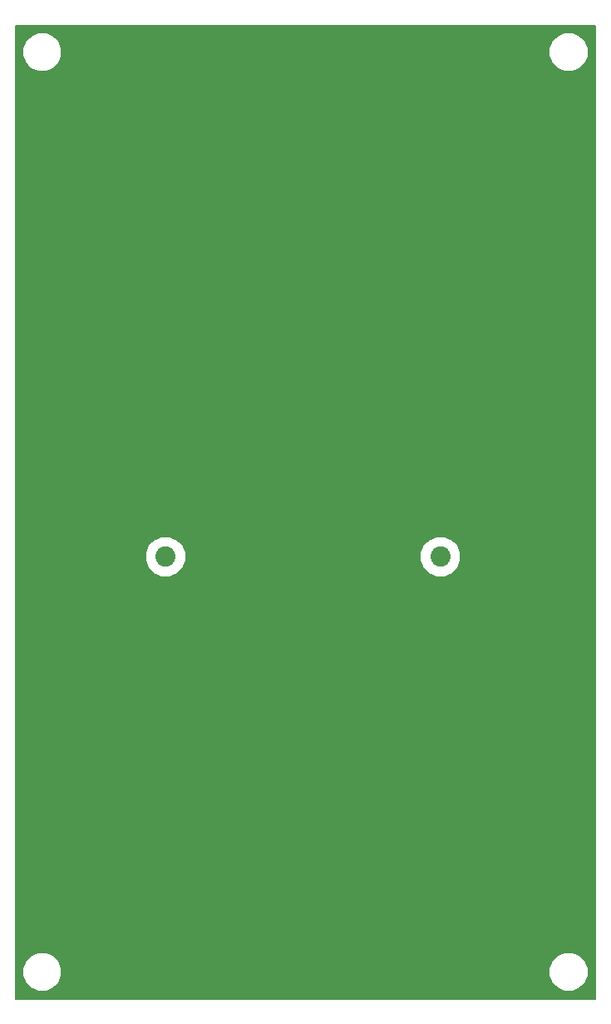
<source format=gbl>
G04 #@! TF.GenerationSoftware,KiCad,Pcbnew,(2017-07-25 revision 161045f)-master*
G04 #@! TF.CreationDate,2017-07-26T13:36:44+03:00*
G04 #@! TF.ProjectId,patch_1x5,70617463685F3178352E6B696361645F,rev?*
G04 #@! TF.SameCoordinates,Original*
G04 #@! TF.FileFunction,Copper,L2,Bot,Signal*
G04 #@! TF.FilePolarity,Positive*
%FSLAX46Y46*%
G04 Gerber Fmt 4.6, Leading zero omitted, Abs format (unit mm)*
G04 Created by KiCad (PCBNEW (2017-07-25 revision 161045f)-master) date Wed Jul 26 13:36:44 2017*
%MOMM*%
%LPD*%
G01*
G04 APERTURE LIST*
%ADD10C,0.700000*%
%ADD11R,7.000000X1.600000*%
%ADD12R,1.600000X7.000000*%
%ADD13R,2.400000X1.600000*%
%ADD14C,2.050000*%
%ADD15C,0.200000*%
G04 APERTURE END LIST*
D10*
X141541000Y-112934780D03*
X113541000Y-112934780D03*
D11*
X141550000Y-109870000D03*
X141650000Y-116030000D03*
D12*
X144600000Y-113000000D03*
X138500000Y-112950000D03*
D13*
X138890000Y-116030000D03*
X144210000Y-116030000D03*
X144210000Y-109870000D03*
X138890000Y-109870000D03*
D14*
X141550000Y-112950000D03*
D11*
X113550000Y-109870000D03*
X113650000Y-116030000D03*
D12*
X116600000Y-113000000D03*
X110500000Y-112950000D03*
D13*
X110890000Y-116030000D03*
X116210000Y-116030000D03*
X116210000Y-109870000D03*
X110890000Y-109870000D03*
D14*
X113550000Y-112950000D03*
D15*
G36*
X157325000Y-157925000D02*
X98275000Y-157925000D01*
X98275000Y-155596079D01*
X98999654Y-155596079D01*
X99303494Y-156331429D01*
X99865612Y-156894529D01*
X100600430Y-157199652D01*
X101396079Y-157200346D01*
X102131429Y-156896506D01*
X102694529Y-156334388D01*
X102999652Y-155599570D01*
X102999655Y-155596079D01*
X152599654Y-155596079D01*
X152903494Y-156331429D01*
X153465612Y-156894529D01*
X154200430Y-157199652D01*
X154996079Y-157200346D01*
X155731429Y-156896506D01*
X156294529Y-156334388D01*
X156599652Y-155599570D01*
X156600346Y-154803921D01*
X156296506Y-154068571D01*
X155734388Y-153505471D01*
X154999570Y-153200348D01*
X154203921Y-153199654D01*
X153468571Y-153503494D01*
X152905471Y-154065612D01*
X152600348Y-154800430D01*
X152599654Y-155596079D01*
X102999655Y-155596079D01*
X103000346Y-154803921D01*
X102696506Y-154068571D01*
X102134388Y-153505471D01*
X101399570Y-153200348D01*
X100603921Y-153199654D01*
X99868571Y-153503494D01*
X99305471Y-154065612D01*
X99000348Y-154800430D01*
X98999654Y-155596079D01*
X98275000Y-155596079D01*
X98275000Y-109450000D01*
X110100000Y-109450000D01*
X110100000Y-115950000D01*
X110107902Y-115988962D01*
X110129823Y-116021240D01*
X110162427Y-116042673D01*
X110200752Y-116049997D01*
X116850752Y-115999997D01*
X116888268Y-115992388D01*
X116920711Y-115970711D01*
X116942388Y-115938268D01*
X116950000Y-115900000D01*
X116950000Y-109678632D01*
X138141944Y-109678632D01*
X138141944Y-116178632D01*
X138149846Y-116217594D01*
X138171767Y-116249872D01*
X138204371Y-116271305D01*
X138242696Y-116278629D01*
X144892696Y-116228629D01*
X144930212Y-116221020D01*
X144962655Y-116199343D01*
X144984332Y-116166900D01*
X144991944Y-116128632D01*
X144991944Y-109678632D01*
X144984332Y-109640364D01*
X144962655Y-109607921D01*
X144930212Y-109586244D01*
X144891944Y-109578632D01*
X138241944Y-109578632D01*
X138203676Y-109586244D01*
X138171233Y-109607921D01*
X138149556Y-109640364D01*
X138141944Y-109678632D01*
X116950000Y-109678632D01*
X116950000Y-109450000D01*
X116942388Y-109411732D01*
X116920711Y-109379289D01*
X116888268Y-109357612D01*
X116850000Y-109350000D01*
X110200000Y-109350000D01*
X110161732Y-109357612D01*
X110129289Y-109379289D01*
X110107612Y-109411732D01*
X110100000Y-109450000D01*
X98275000Y-109450000D01*
X98275000Y-61996079D01*
X98999654Y-61996079D01*
X99303494Y-62731429D01*
X99865612Y-63294529D01*
X100600430Y-63599652D01*
X101396079Y-63600346D01*
X102131429Y-63296506D01*
X102694529Y-62734388D01*
X102999652Y-61999570D01*
X102999655Y-61996079D01*
X152599654Y-61996079D01*
X152903494Y-62731429D01*
X153465612Y-63294529D01*
X154200430Y-63599652D01*
X154996079Y-63600346D01*
X155731429Y-63296506D01*
X156294529Y-62734388D01*
X156599652Y-61999570D01*
X156600346Y-61203921D01*
X156296506Y-60468571D01*
X155734388Y-59905471D01*
X154999570Y-59600348D01*
X154203921Y-59599654D01*
X153468571Y-59903494D01*
X152905471Y-60465612D01*
X152600348Y-61200430D01*
X152599654Y-61996079D01*
X102999655Y-61996079D01*
X103000346Y-61203921D01*
X102696506Y-60468571D01*
X102134388Y-59905471D01*
X101399570Y-59600348D01*
X100603921Y-59599654D01*
X99868571Y-59903494D01*
X99305471Y-60465612D01*
X99000348Y-61200430D01*
X98999654Y-61996079D01*
X98275000Y-61996079D01*
X98275000Y-58875000D01*
X157325000Y-58875000D01*
X157325000Y-157925000D01*
X157325000Y-157925000D01*
G37*
X157325000Y-157925000D02*
X98275000Y-157925000D01*
X98275000Y-155596079D01*
X98999654Y-155596079D01*
X99303494Y-156331429D01*
X99865612Y-156894529D01*
X100600430Y-157199652D01*
X101396079Y-157200346D01*
X102131429Y-156896506D01*
X102694529Y-156334388D01*
X102999652Y-155599570D01*
X102999655Y-155596079D01*
X152599654Y-155596079D01*
X152903494Y-156331429D01*
X153465612Y-156894529D01*
X154200430Y-157199652D01*
X154996079Y-157200346D01*
X155731429Y-156896506D01*
X156294529Y-156334388D01*
X156599652Y-155599570D01*
X156600346Y-154803921D01*
X156296506Y-154068571D01*
X155734388Y-153505471D01*
X154999570Y-153200348D01*
X154203921Y-153199654D01*
X153468571Y-153503494D01*
X152905471Y-154065612D01*
X152600348Y-154800430D01*
X152599654Y-155596079D01*
X102999655Y-155596079D01*
X103000346Y-154803921D01*
X102696506Y-154068571D01*
X102134388Y-153505471D01*
X101399570Y-153200348D01*
X100603921Y-153199654D01*
X99868571Y-153503494D01*
X99305471Y-154065612D01*
X99000348Y-154800430D01*
X98999654Y-155596079D01*
X98275000Y-155596079D01*
X98275000Y-109450000D01*
X110100000Y-109450000D01*
X110100000Y-115950000D01*
X110107902Y-115988962D01*
X110129823Y-116021240D01*
X110162427Y-116042673D01*
X110200752Y-116049997D01*
X116850752Y-115999997D01*
X116888268Y-115992388D01*
X116920711Y-115970711D01*
X116942388Y-115938268D01*
X116950000Y-115900000D01*
X116950000Y-109678632D01*
X138141944Y-109678632D01*
X138141944Y-116178632D01*
X138149846Y-116217594D01*
X138171767Y-116249872D01*
X138204371Y-116271305D01*
X138242696Y-116278629D01*
X144892696Y-116228629D01*
X144930212Y-116221020D01*
X144962655Y-116199343D01*
X144984332Y-116166900D01*
X144991944Y-116128632D01*
X144991944Y-109678632D01*
X144984332Y-109640364D01*
X144962655Y-109607921D01*
X144930212Y-109586244D01*
X144891944Y-109578632D01*
X138241944Y-109578632D01*
X138203676Y-109586244D01*
X138171233Y-109607921D01*
X138149556Y-109640364D01*
X138141944Y-109678632D01*
X116950000Y-109678632D01*
X116950000Y-109450000D01*
X116942388Y-109411732D01*
X116920711Y-109379289D01*
X116888268Y-109357612D01*
X116850000Y-109350000D01*
X110200000Y-109350000D01*
X110161732Y-109357612D01*
X110129289Y-109379289D01*
X110107612Y-109411732D01*
X110100000Y-109450000D01*
X98275000Y-109450000D01*
X98275000Y-61996079D01*
X98999654Y-61996079D01*
X99303494Y-62731429D01*
X99865612Y-63294529D01*
X100600430Y-63599652D01*
X101396079Y-63600346D01*
X102131429Y-63296506D01*
X102694529Y-62734388D01*
X102999652Y-61999570D01*
X102999655Y-61996079D01*
X152599654Y-61996079D01*
X152903494Y-62731429D01*
X153465612Y-63294529D01*
X154200430Y-63599652D01*
X154996079Y-63600346D01*
X155731429Y-63296506D01*
X156294529Y-62734388D01*
X156599652Y-61999570D01*
X156600346Y-61203921D01*
X156296506Y-60468571D01*
X155734388Y-59905471D01*
X154999570Y-59600348D01*
X154203921Y-59599654D01*
X153468571Y-59903494D01*
X152905471Y-60465612D01*
X152600348Y-61200430D01*
X152599654Y-61996079D01*
X102999655Y-61996079D01*
X103000346Y-61203921D01*
X102696506Y-60468571D01*
X102134388Y-59905471D01*
X101399570Y-59600348D01*
X100603921Y-59599654D01*
X99868571Y-59903494D01*
X99305471Y-60465612D01*
X99000348Y-61200430D01*
X98999654Y-61996079D01*
X98275000Y-61996079D01*
X98275000Y-58875000D01*
X157325000Y-58875000D01*
X157325000Y-157925000D01*
G36*
X116750000Y-115800749D02*
X110300000Y-115849245D01*
X110300000Y-113360932D01*
X111474640Y-113360932D01*
X111789875Y-114123858D01*
X112373072Y-114708074D01*
X113135446Y-115024639D01*
X113960932Y-115025360D01*
X114723858Y-114710125D01*
X115308074Y-114126928D01*
X115624639Y-113364554D01*
X115625360Y-112539068D01*
X115310125Y-111776142D01*
X114726928Y-111191926D01*
X113964554Y-110875361D01*
X113139068Y-110874640D01*
X112376142Y-111189875D01*
X111791926Y-111773072D01*
X111475361Y-112535446D01*
X111474640Y-113360932D01*
X110300000Y-113360932D01*
X110300000Y-109550000D01*
X116750000Y-109550000D01*
X116750000Y-115800749D01*
X116750000Y-115800749D01*
G37*
X116750000Y-115800749D02*
X110300000Y-115849245D01*
X110300000Y-113360932D01*
X111474640Y-113360932D01*
X111789875Y-114123858D01*
X112373072Y-114708074D01*
X113135446Y-115024639D01*
X113960932Y-115025360D01*
X114723858Y-114710125D01*
X115308074Y-114126928D01*
X115624639Y-113364554D01*
X115625360Y-112539068D01*
X115310125Y-111776142D01*
X114726928Y-111191926D01*
X113964554Y-110875361D01*
X113139068Y-110874640D01*
X112376142Y-111189875D01*
X111791926Y-111773072D01*
X111475361Y-112535446D01*
X111474640Y-113360932D01*
X110300000Y-113360932D01*
X110300000Y-109550000D01*
X116750000Y-109550000D01*
X116750000Y-115800749D01*
G36*
X144791944Y-116029381D02*
X138341944Y-116077877D01*
X138341944Y-113360932D01*
X139474640Y-113360932D01*
X139789875Y-114123858D01*
X140373072Y-114708074D01*
X141135446Y-115024639D01*
X141960932Y-115025360D01*
X142723858Y-114710125D01*
X143308074Y-114126928D01*
X143624639Y-113364554D01*
X143625360Y-112539068D01*
X143310125Y-111776142D01*
X142726928Y-111191926D01*
X141964554Y-110875361D01*
X141139068Y-110874640D01*
X140376142Y-111189875D01*
X139791926Y-111773072D01*
X139475361Y-112535446D01*
X139474640Y-113360932D01*
X138341944Y-113360932D01*
X138341944Y-109778632D01*
X144791944Y-109778632D01*
X144791944Y-116029381D01*
X144791944Y-116029381D01*
G37*
X144791944Y-116029381D02*
X138341944Y-116077877D01*
X138341944Y-113360932D01*
X139474640Y-113360932D01*
X139789875Y-114123858D01*
X140373072Y-114708074D01*
X141135446Y-115024639D01*
X141960932Y-115025360D01*
X142723858Y-114710125D01*
X143308074Y-114126928D01*
X143624639Y-113364554D01*
X143625360Y-112539068D01*
X143310125Y-111776142D01*
X142726928Y-111191926D01*
X141964554Y-110875361D01*
X141139068Y-110874640D01*
X140376142Y-111189875D01*
X139791926Y-111773072D01*
X139475361Y-112535446D01*
X139474640Y-113360932D01*
X138341944Y-113360932D01*
X138341944Y-109778632D01*
X144791944Y-109778632D01*
X144791944Y-116029381D01*
M02*

</source>
